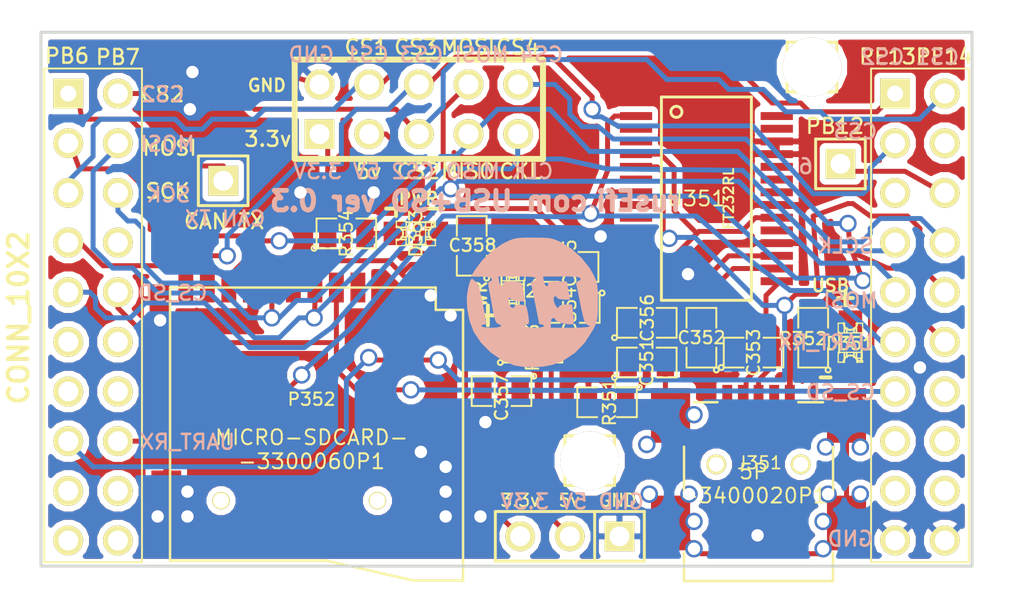
<source format=kicad_pcb>
(kicad_pcb (version 3) (host pcbnew "(2013-07-07 BZR 4022)-stable")
  (title_block (comment 2 Art_Electro) (comment 3 Art_Electro) (comment 4 Art_Electro))
  (layers (15 F.Cu signal) (0 B.Cu signal) (18 B.Paste user) (19 F.Paste user) (20 B.SilkS user) (21 F.SilkS user) (22 B.Mask user) (23 F.Mask user) (28 Edge.Cuts user))
  (net 0 "")
  (net 1 /3.3V)
  (net 2 /5V)
  (net 3 /CAN_TX)
  (net 4 /CS1)
  (net 5 /CS2)
  (net 6 /CS3)
  (net 7 /CS4)
  (net 8 /CS_SD_MODULE)
  (net 9 /D+)
  (net 10 /D-)
  (net 11 /SPI_MISO)
  (net 12 /SPI_MOSI)
  (net 13 /SPI_SCK)
  (net 14 /USART_RX)
  (net 15 /USART_TX)
  (net 16 GND)
  (net 17 N-0000013)
  (net 18 N-0000014)
  (net 19 N-0000015)
  (net 20 N-0000016)
  (net 21 N-0000017)
  (net 22 N-0000018)
  (net 23 N-0000019)
  (net 24 N-0000020)
  (net 25 N-0000021)
  (net 26 N-0000022)
  (net 27 N-0000024)
  (net 28 N-0000026)
  (net 29 N-0000029)
  (net 30 N-0000030)
  (net 31 N-0000031)
  (net 32 N-0000032)
  (net 33 N-0000033)
  (net 34 N-0000034)
  (net 35 N-0000035)
  (net 36 N-0000036)
  (net 37 N-0000037)
  (net 38 N-0000038)
  (net 39 N-0000039)
  (net 40 N-0000040)
  (net 41 N-0000041)
  (net 42 N-0000042)
  (net 43 N-0000043)
  (net 44 N-0000044)
  (net 45 N-0000045)
  (net 46 N-0000046)
  (net 47 N-0000047)
  (net 48 N-0000048)
  (net 49 N-0000049)
  (net 50 N-0000050)
  (net 51 N-0000051)
  (net 52 N-0000052)
  (net 53 N-0000053)
  (net 54 N-0000054)
  (net 55 N-0000055)
  (net 56 N-0000056)
  (net 57 N-0000057)
  (net 58 N-0000058)
  (net 59 N-0000059)
  (module SM0805 (layer F.Cu) (at 207.391 168.656)
    (fp_text reference C351 (at 0 0 90) (layer F.SilkS) (effects (font (size 0.635 0.635) (thickness 0.1016))))
    (fp_text value 4700pF hide)
    (pad 1 smd rect (at -0.9525 0) (size 0.889 1.397) (layers F.Cu F.Paste F.Mask) (net 16 GND))
    (pad 2 smd rect (at 0.9525 0) (size 0.889 1.397) (layers F.Cu F.Paste F.Mask) (net 25 N-0000021))
  )
  (module SM0805 (layer F.Cu) (at 210.185 167.386 90)
    (fp_text reference C352 (at 0 0 180) (layer F.SilkS) (effects (font (size 0.635 0.635) (thickness 0.1016))))
    (fp_text value 47pF hide)
    (pad 1 smd rect (at -0.9525 0 90) (size 0.889 1.397) (layers F.Cu F.Paste F.Mask) (net 16 GND))
    (pad 2 smd rect (at 0.9525 0 90) (size 0.889 1.397) (layers F.Cu F.Paste F.Mask) (net 10 /D-))
  )
  (module SM0805 (layer F.Cu) (at 212.852 168.148)
    (fp_text reference C353 (at 0 0 90) (layer F.SilkS) (effects (font (size 0.635 0.635) (thickness 0.1016))))
    (fp_text value 47pF hide)
    (pad 1 smd rect (at -0.9525 0) (size 0.889 1.397) (layers F.Cu F.Paste F.Mask) (net 16 GND))
    (pad 2 smd rect (at 0.9525 0) (size 0.889 1.397) (layers F.Cu F.Paste F.Mask) (net 9 /D+))
  )
  (module SM0805 (layer F.Cu) (at 203.454 165.862 180)
    (fp_text reference C354 (at 0 -0.1524 270) (layer F.SilkS) (effects (font (size 0.635 0.635) (thickness 0.1016))))
    (fp_text value 4.7uF hide)
    (pad 1 smd rect (at -0.9525 0 180) (size 0.889 1.397) (layers F.Cu F.Paste F.Mask) (net 2 /5V))
    (pad 2 smd rect (at 0.9525 0 180) (size 0.889 1.397) (layers F.Cu F.Paste F.Mask) (net 16 GND))
  )
  (module SM0805 (layer F.Cu) (at 203.3905 163.7665)
    (fp_text reference C355 (at 0.0635 -0.1905 90) (layer F.SilkS) (effects (font (size 0.635 0.635) (thickness 0.1016))))
    (fp_text value .1uF hide)
    (pad 1 smd rect (at -0.9525 0) (size 0.889 1.397) (layers F.Cu F.Paste F.Mask) (net 16 GND))
    (pad 2 smd rect (at 0.9525 0) (size 0.889 1.397) (layers F.Cu F.Paste F.Mask) (net 2 /5V))
  )
  (module SM0805 (layer F.Cu) (at 207.391 166.624)
    (fp_text reference C356 (at 0.0254 -0.254 90) (layer F.SilkS) (effects (font (size 0.635 0.635) (thickness 0.1016))))
    (fp_text value .1uF hide)
    (pad 1 smd rect (at -0.9525 0) (size 0.889 1.397) (layers F.Cu F.Paste F.Mask) (net 16 GND))
    (pad 2 smd rect (at 0.9525 0) (size 0.889 1.397) (layers F.Cu F.Paste F.Mask) (net 45 N-0000045))
  )
  (module SM0805 (layer F.Cu) (at 205.359 170.688 180)
    (fp_text reference R351 (at -0.127 0 270) (layer F.SilkS) (effects (font (size 0.635 0.635) (thickness 0.1016))))
    (fp_text value 1M hide)
    (pad 1 smd rect (at -0.9525 0 180) (size 0.889 1.397) (layers F.Cu F.Paste F.Mask) (net 25 N-0000021))
    (pad 2 smd rect (at 0.9525 0 180) (size 0.889 1.397) (layers F.Cu F.Paste F.Mask) (net 16 GND))
  )
  (module SM0805 (layer F.Cu) (at 215.9 167.386 90)
    (fp_text reference R352 (at -0.0508 -0.508 180) (layer F.SilkS) (effects (font (size 0.635 0.635) (thickness 0.1016))))
    (fp_text value 1k hide)
    (pad 1 smd rect (at -0.9525 0 90) (size 0.889 1.397) (layers F.Cu F.Paste F.Mask) (net 24 N-0000020))
    (pad 2 smd rect (at 0.9525 0 90) (size 0.889 1.397) (layers F.Cu F.Paste F.Mask) (net 26 N-0000022))
  )
  (module SM0805 (layer F.Cu) (at 201.549 167.894)
    (fp_text reference R353 (at 0 0 90) (layer F.SilkS) (effects (font (size 0.635 0.635) (thickness 0.1016))))
    (fp_text value 1k hide)
    (pad 1 smd rect (at -0.9525 0) (size 0.889 1.397) (layers F.Cu F.Paste F.Mask) (net 30 N-0000030))
    (pad 2 smd rect (at 0.9525 0) (size 0.889 1.397) (layers F.Cu F.Paste F.Mask) (net 2 /5V))
  )
  (module ssop-28 (layer F.Cu) (at 210.439 160.274 270)
    (fp_text reference U351 (at 0 0.508 360) (layer F.SilkS) (effects (font (size 0.762 0.762) (thickness 0.1016))))
    (fp_text value FT232RL (at 0 -1.143 270) (layer F.SilkS) (effects (font (size 0.50038 0.50038) (thickness 0.09906))))
    (pad 7 smd rect (at -0.32512 3.59918 270) (size 0.4064 1.651) (layers F.Cu F.Paste F.Mask) (net 16 GND))
    (pad 8 smd rect (at 0.32512 3.59918 270) (size 0.4064 1.651) (layers F.Cu F.Paste F.Mask))
    (pad 9 smd rect (at 0.97536 3.59918 270) (size 0.4064 1.651) (layers F.Cu F.Paste F.Mask) (net 53 N-0000053))
    (pad 10 smd rect (at 1.6256 3.59918 270) (size 0.4064 1.651) (layers F.Cu F.Paste F.Mask) (net 52 N-0000052))
    (pad 25 smd rect (at -2.27584 -3.59918 270) (size 0.4064 1.651) (layers F.Cu F.Paste F.Mask) (net 16 GND))
    (pad 4 smd rect (at -2.27584 3.59918 270) (size 0.4064 1.651) (layers F.Cu F.Paste F.Mask) (net 2 /5V))
    (pad 5 smd rect (at -1.6256 3.59918 270) (size 0.4064 1.651) (layers F.Cu F.Paste F.Mask) (net 15 /USART_TX))
    (pad 6 smd rect (at -0.97536 3.59918 270) (size 0.4064 1.651) (layers F.Cu F.Paste F.Mask) (net 54 N-0000054))
    (pad 18 smd rect (at 2.27584 -3.59918 270) (size 0.4064 1.651) (layers F.Cu F.Paste F.Mask) (net 16 GND))
    (pad 19 smd rect (at 1.6256 -3.59918 270) (size 0.4064 1.651) (layers F.Cu F.Paste F.Mask) (net 42 N-0000042))
    (pad 20 smd rect (at 0.97536 -3.59918 270) (size 0.4064 1.651) (layers F.Cu F.Paste F.Mask) (net 2 /5V))
    (pad 21 smd rect (at 0.32512 -3.59918 270) (size 0.4064 1.651) (layers F.Cu F.Paste F.Mask) (net 16 GND))
    (pad 22 smd rect (at -0.32512 -3.59918 270) (size 0.4064 1.651) (layers F.Cu F.Paste F.Mask) (net 49 N-0000049))
    (pad 23 smd rect (at -0.97536 -3.59918 270) (size 0.4064 1.651) (layers F.Cu F.Paste F.Mask) (net 47 N-0000047))
    (pad 11 smd rect (at 2.27584 3.59918 270) (size 0.4064 1.651) (layers F.Cu F.Paste F.Mask) (net 51 N-0000051))
    (pad 24 smd rect (at -1.6256 -3.59918 270) (size 0.4064 1.651) (layers F.Cu F.Paste F.Mask))
    (pad 26 smd rect (at -2.92608 -3.59918 270) (size 0.4064 1.651) (layers F.Cu F.Paste F.Mask) (net 16 GND))
    (pad 27 smd rect (at -3.57378 -3.59918 270) (size 0.4064 1.651) (layers F.Cu F.Paste F.Mask) (net 44 N-0000044))
    (pad 28 smd rect (at -4.22402 -3.59918 270) (size 0.4064 1.651) (layers F.Cu F.Paste F.Mask) (net 43 N-0000043))
    (pad 1 smd rect (at -4.22402 3.59918 270) (size 0.4064 1.651) (layers F.Cu F.Paste F.Mask) (net 14 /USART_RX))
    (pad 2 smd rect (at -3.57378 3.59918 270) (size 0.4064 1.651) (layers F.Cu F.Paste F.Mask) (net 56 N-0000056))
    (pad 3 smd rect (at -2.92608 3.59918 270) (size 0.4064 1.651) (layers F.Cu F.Paste F.Mask) (net 55 N-0000055))
    (pad 12 smd rect (at 2.92608 3.59918 270) (size 0.4064 1.651) (layers F.Cu F.Paste F.Mask) (net 50 N-0000050))
    (pad 13 smd rect (at 3.57378 3.59918 270) (size 0.4064 1.651) (layers F.Cu F.Paste F.Mask) (net 48 N-0000048))
    (pad 14 smd rect (at 4.22402 3.59918 270) (size 0.4064 1.651) (layers F.Cu F.Paste F.Mask) (net 46 N-0000046))
    (pad 15 smd rect (at 4.22402 -3.59918 270) (size 0.4064 1.651) (layers F.Cu F.Paste F.Mask) (net 9 /D+))
    (pad 16 smd rect (at 3.57378 -3.59918 270) (size 0.4064 1.651) (layers F.Cu F.Paste F.Mask) (net 10 /D-))
    (pad 17 smd rect (at 2.92608 -3.59918 270) (size 0.4064 1.651) (layers F.Cu F.Paste F.Mask) (net 45 N-0000045))
  )
  (module SM0805 (layer F.Cu) (at 192.024 162.052)
    (fp_text reference R354 (at 0 0 90) (layer F.SilkS) (effects (font (size 0.635 0.635) (thickness 0.1016))))
    (fp_text value 1k hide)
    (pad 1 smd rect (at -0.9525 0) (size 0.889 1.397) (layers F.Cu F.Paste F.Mask) (net 1 /3.3V))
    (pad 2 smd rect (at 0.9525 0) (size 0.889 1.397) (layers F.Cu F.Paste F.Mask) (net 29 N-0000029))
  )
  (module PIN_ARRAY_3_A (layer F.Cu) (at 203.454 177.546 180)
    (fp_text reference K351 hide)
    (fp_text value CONN_3 hide)
    (pad 1 thru_hole rect (at -2.54 0 180) (size 1.524 1.524) (drill 1.016) (layers *.Cu *.Mask F.SilkS) (net 16 GND))
    (pad 2 thru_hole circle (at 0 0 180) (size 1.524 1.524) (drill 1.016) (layers *.Cu *.Mask F.SilkS) (net 2 /5V))
    (pad 3 thru_hole circle (at 2.54 0 180) (size 1.524 1.524) (drill 1.016) (layers *.Cu *.Mask F.SilkS) (net 1 /3.3V))
  )
  (module PIN_ARRAY_1 (layer F.Cu) (at 217.297 158.496)
    (fp_text reference P355 hide)
    (fp_text value CONN_1 hide)
    (pad 1 thru_hole rect (at 0 0) (size 1.524 1.524) (drill 1.016) (layers *.Cu *.Mask F.SilkS) (net 32 N-0000032))
  )
  (module PIN_ARRAY_1 (layer F.Cu) (at 185.7248 159.3596)
    (fp_text reference P356 hide)
    (fp_text value CONN_1 hide)
    (pad 1 thru_hole rect (at 0 0) (size 1.524 1.524) (drill 1.016) (layers *.Cu *.Mask F.SilkS) (net 3 /CAN_TX))
  )
  (module LOGO_F (layer B.Cu) (at 201.549 165.608)
    (fp_text reference G305 hide)
    (fp_text value LOGO hide)
  )
  (module SM0805 (layer F.Cu) (at 199.9615 170.1165 180)
    (fp_text reference C357 (at 0 -0.3175 270) (layer F.SilkS) (effects (font (size 0.635 0.635) (thickness 0.10922))))
    (fp_text value .1uF hide)
    (pad 1 smd rect (at -0.9525 0 180) (size 0.889 1.397) (layers F.Cu F.Paste F.Mask) (net 16 GND))
    (pad 2 smd rect (at 0.9525 0 180) (size 0.889 1.397) (layers F.Cu F.Paste F.Mask) (net 1 /3.3V))
  )
  (module SM0805 (layer F.Cu) (at 198.4375 162.687 90)
    (fp_text reference C358 (at 0.0254 0.0381 180) (layer F.SilkS) (effects (font (size 0.635 0.635) (thickness 0.10922))))
    (fp_text value 4.7uF hide)
    (pad 1 smd rect (at -0.9525 0 90) (size 0.889 1.397) (layers F.Cu F.Paste F.Mask) (net 1 /3.3V))
    (pad 2 smd rect (at 0.9525 0 90) (size 0.889 1.397) (layers F.Cu F.Paste F.Mask) (net 16 GND))
  )
  (module PIN_ARRAY_1 (layer F.Cu) (at 204.47 173.6725)
    (fp_text reference M351 hide)
    (fp_text value CONN_1 hide)
    (pad 1 thru_hole circle (at 0 0) (size 3 3) (drill 3) (layers *.Cu *.Mask F.SilkS) (net 27 N-0000024))
  )
  (module PIN_ARRAY_1 (layer F.Cu) (at 215.8365 153.543)
    (fp_text reference M352 hide)
    (fp_text value CONN_1 hide)
    (pad 1 thru_hole circle (at 0 0) (size 3 3) (drill 3) (layers *.Cu *.Mask F.SilkS) (net 31 N-0000031))
  )
  (module LED-0805_A (layer F.Cu) (at 217.805 167.64 270)
    (fp_text reference D351 (at 0.0508 0.0254 360) (layer F.SilkS) (effects (font (size 0.635 0.635) (thickness 0.10922))))
    (fp_text value GREEN hide)
    (pad 1 smd rect (at -1.04902 0 270) (size 1.19888 1.19888) (layers F.Cu F.Paste F.Mask) (net 26 N-0000022))
    (pad 2 smd rect (at 1.04902 0 270) (size 1.19888 1.19888) (layers F.Cu F.Paste F.Mask) (net 16 GND))
  )
  (module LED-0805_A (layer F.Cu) (at 200.533 164.973 90)
    (fp_text reference D352 (at -0.0254 0.0254 180) (layer F.SilkS) (effects (font (size 0.635 0.635) (thickness 0.10922))))
    (fp_text value RED hide)
    (pad 1 smd rect (at -1.04902 0 90) (size 1.19888 1.19888) (layers F.Cu F.Paste F.Mask) (net 30 N-0000030))
    (pad 2 smd rect (at 1.04902 0 90) (size 1.19888 1.19888) (layers F.Cu F.Paste F.Mask) (net 16 GND))
  )
  (module LED-0805_A (layer F.Cu) (at 195.58 162.052)
    (fp_text reference D353 (at 0 0 90) (layer F.SilkS) (effects (font (size 0.635 0.635) (thickness 0.10922))))
    (fp_text value RED hide)
    (pad 1 smd rect (at -1.04902 0) (size 1.19888 1.19888) (layers F.Cu F.Paste F.Mask) (net 29 N-0000029))
    (pad 2 smd rect (at 1.04902 0) (size 1.19888 1.19888) (layers F.Cu F.Paste F.Mask) (net 16 GND))
  )
  (module MINI-USB-5P-3400020P1 (layer F.Cu) (at 213.106 175.26)
    (fp_text reference J351 (at 0.0508 -1.4732) (layer F.SilkS) (effects (font (size 0.635 0.635) (thickness 0.0889))))
    (fp_text value MINI-USB-5P-3400020P1 hide)
    (pad 1 smd rect (at -1.6 -4.191) (size 0.508 2.54) (layers F.Cu F.Paste F.Mask) (net 24 N-0000020))
    (pad 2 smd rect (at -0.8 -4.191) (size 0.508 2.54) (layers F.Cu F.Paste F.Mask) (net 10 /D-))
    (pad 3 smd rect (at 0 -4.191) (size 0.508 2.54) (layers F.Cu F.Paste F.Mask) (net 9 /D+))
    (pad 4 smd rect (at 0.8 -4.191) (size 0.508 2.54) (layers F.Cu F.Paste F.Mask) (net 28 N-0000026))
    (pad 5 smd rect (at 1.6 -4.191) (size 0.508 2.54) (layers F.Cu F.Paste F.Mask) (net 16 GND))
    (pad 6 smd rect (at -4.5 1.603 90) (size 2.794 2) (layers F.Cu F.Paste F.Mask) (net 25 N-0000021))
    (pad 6 smd rect (at 4.5 1.603 90) (size 2.794 2) (layers F.Cu F.Paste F.Mask) (net 25 N-0000021))
    (pad 6 smd rect (at -4.5 -3.897 90) (size 2.794 2) (layers F.Cu F.Paste F.Mask) (net 25 N-0000021))
    (pad 6 smd rect (at 4.5 -3.897 90) (size 2.794 2) (layers F.Cu F.Paste F.Mask) (net 25 N-0000021))
    (pad "" thru_hole circle (at -2.159 -1.397 90) (size 1.016 1.016) (drill 0.762) (layers *.Cu *.Mask F.SilkS))
    (pad "" thru_hole circle (at 2.159 -1.397 90) (size 1.016 1.016) (drill 0.762) (layers *.Cu *.Mask F.SilkS))
  )
  (module MICRO-SDCARD-CONNECTOR-3300060P1 (layer F.Cu) (at 190.5 172.3136 270)
    (fp_text reference P352 (at -1.778 0.254 360) (layer F.SilkS) (effects (font (size 0.635 0.635) (thickness 0.1016))))
    (fp_text value MICRO-SDCARD-CONNECTOR-3300060P1 hide)
    (pad 1 smd rect (at -7.493 -2.114 270) (size 1.524 0.762) (layers F.Cu F.Paste F.Mask) (net 59 N-0000059))
    (pad 2 smd rect (at -7.493 -1.014 270) (size 1.524 0.762) (layers F.Cu F.Paste F.Mask) (net 8 /CS_SD_MODULE))
    (pad 3 smd rect (at -7.493 0.086 270) (size 1.524 0.762) (layers F.Cu F.Paste F.Mask) (net 12 /SPI_MOSI))
    (pad 4 smd rect (at -7.493 1.186 270) (size 1.524 0.762) (layers F.Cu F.Paste F.Mask) (net 1 /3.3V))
    (pad 5 smd rect (at -7.493 2.286 270) (size 1.524 0.762) (layers F.Cu F.Paste F.Mask) (net 13 /SPI_SCK))
    (pad 6 smd rect (at -7.493 3.386 270) (size 1.524 0.762) (layers F.Cu F.Paste F.Mask) (net 16 GND))
    (pad 7 smd rect (at -7.493 4.486 270) (size 1.524 0.762) (layers F.Cu F.Paste F.Mask) (net 11 /SPI_MISO))
    (pad 8 smd rect (at -7.493 5.586 270) (size 1.524 0.762) (layers F.Cu F.Paste F.Mask) (net 58 N-0000058))
    (pad 9 smd rect (at -7.493 6.686 270) (size 1.524 0.762) (layers F.Cu F.Paste F.Mask) (net 57 N-0000057))
    (pad G1 smd rect (at -6.893 8.032 270) (size 1.524 1.016) (layers F.Cu F.Paste F.Mask) (net 16 GND))
    (pad G2 smd rect (at 2.88 7.686 270) (size 2.032 1.524) (layers F.Cu F.Paste F.Mask) (net 16 GND))
    (pad G3 smd rect (at 2.88 -7.714 270) (size 2.032 1.524) (layers F.Cu F.Paste F.Mask) (net 16 GND))
    (pad G4 smd rect (at -7.101 -6.895 270) (size 1.524 1.524) (layers F.Cu F.Paste F.Mask) (net 16 GND))
    (pad "" thru_hole circle (at 3.407 4.886 270) (size 0.889 0.889) (drill 0.762) (layers *.Cu *.Mask F.SilkS))
    (pad "" thru_hole circle (at 3.407 -3.114 270) (size 0.889 0.889) (drill 0.762) (layers *.Cu *.Mask F.SilkS))
  )
  (module PIN_ARRAY_5x2_M (layer F.Cu) (at 195.7324 155.702)
    (fp_text reference P351 hide)
    (fp_text value CONN_5X2 hide)
    (pad 1 thru_hole rect (at -5.08 1.27) (size 1.524 1.524) (drill 1.016) (layers *.Cu *.Mask F.SilkS) (net 1 /3.3V))
    (pad 2 thru_hole circle (at -5.08 -1.27) (size 1.524 1.524) (drill 1.016) (layers *.Cu *.Mask F.SilkS) (net 16 GND))
    (pad 3 thru_hole circle (at -2.54 1.27) (size 1.524 1.524) (drill 1.016) (layers *.Cu *.Mask F.SilkS) (net 2 /5V))
    (pad 4 thru_hole circle (at -2.54 -1.27) (size 1.524 1.524) (drill 1.016) (layers *.Cu *.Mask F.SilkS) (net 4 /CS1))
    (pad 5 thru_hole circle (at 0 1.27) (size 1.524 1.524) (drill 1.016) (layers *.Cu *.Mask F.SilkS) (net 5 /CS2))
    (pad 6 thru_hole circle (at 0 -1.27) (size 1.524 1.524) (drill 1.016) (layers *.Cu *.Mask F.SilkS) (net 6 /CS3))
    (pad 7 thru_hole circle (at 2.54 1.27) (size 1.524 1.524) (drill 1.016) (layers *.Cu *.Mask F.SilkS) (net 11 /SPI_MISO))
    (pad 8 thru_hole circle (at 2.54 -1.27) (size 1.524 1.524) (drill 1.016) (layers *.Cu *.Mask F.SilkS) (net 12 /SPI_MOSI))
    (pad 9 thru_hole circle (at 5.08 1.27) (size 1.524 1.524) (drill 1.016) (layers *.Cu *.Mask F.SilkS) (net 13 /SPI_SCK))
    (pad 10 thru_hole circle (at 5.08 -1.27) (size 1.524 1.524) (drill 1.016) (layers *.Cu *.Mask F.SilkS) (net 7 /CS4))
  )
  (module PIN_ARRAY_10X2_M (layer F.Cu) (at 179.07 166.37 270)
    (fp_text reference P353 hide)
    (fp_text value CONN_10X2 (at 0 3.81 270) (layer F.SilkS) (effects (font (size 1.016 1.016) (thickness 0.2032))))
    (pad 1 thru_hole rect (at -11.47064 1.27 270) (size 1.524 1.524) (drill 0.8128) (layers *.Cu *.Mask F.SilkS) (net 3 /CAN_TX))
    (pad 2 thru_hole circle (at -11.47064 -1.27 270) (size 1.524 1.524) (drill 1.016) (layers *.Cu *.Mask F.SilkS) (net 5 /CS2))
    (pad 3 thru_hole circle (at -8.93064 1.27 270) (size 1.524 1.524) (drill 1.016) (layers *.Cu *.Mask F.SilkS) (net 11 /SPI_MISO))
    (pad 4 thru_hole circle (at -8.93064 -1.27 270) (size 1.524 1.524) (drill 1.016) (layers *.Cu *.Mask F.SilkS) (net 12 /SPI_MOSI))
    (pad 5 thru_hole circle (at -6.39064 1.27 270) (size 1.524 1.524) (drill 1.016) (layers *.Cu *.Mask F.SilkS) (net 4 /CS1))
    (pad 6 thru_hole circle (at -6.39064 -1.27 270) (size 1.524 1.524) (drill 1.016) (layers *.Cu *.Mask F.SilkS) (net 13 /SPI_SCK))
    (pad 7 thru_hole circle (at -3.85064 1.27 270) (size 1.524 1.524) (drill 1.016) (layers *.Cu *.Mask F.SilkS) (net 6 /CS3))
    (pad 8 thru_hole circle (at -3.85064 -1.27 270) (size 1.524 1.524) (drill 1.016) (layers *.Cu *.Mask F.SilkS) (net 41 N-0000041))
    (pad 9 thru_hole circle (at -1.31064 1.27 270) (size 1.524 1.524) (drill 1.016) (layers *.Cu *.Mask F.SilkS) (net 7 /CS4))
    (pad 10 thru_hole circle (at -1.31064 -1.27 270) (size 1.524 1.524) (drill 1.016) (layers *.Cu *.Mask F.SilkS) (net 8 /CS_SD_MODULE))
    (pad 11 thru_hole circle (at 1.22936 1.27 270) (size 1.524 1.524) (drill 1.016) (layers *.Cu *.Mask F.SilkS) (net 36 N-0000036))
    (pad 12 thru_hole circle (at 1.22936 -1.27 270) (size 1.524 1.524) (drill 1.016) (layers *.Cu *.Mask F.SilkS) (net 40 N-0000040))
    (pad 13 thru_hole circle (at 3.76936 1.27 270) (size 1.524 1.524) (drill 1.016) (layers *.Cu *.Mask F.SilkS) (net 35 N-0000035))
    (pad 14 thru_hole circle (at 3.76936 -1.27 270) (size 1.524 1.524) (drill 1.016) (layers *.Cu *.Mask F.SilkS) (net 39 N-0000039))
    (pad 15 thru_hole circle (at 6.30936 1.27 270) (size 1.524 1.524) (drill 1.016) (layers *.Cu *.Mask F.SilkS) (net 15 /USART_TX))
    (pad 16 thru_hole circle (at 6.30936 -1.27 270) (size 1.524 1.524) (drill 1.016) (layers *.Cu *.Mask F.SilkS) (net 14 /USART_RX))
    (pad 17 thru_hole circle (at 8.84936 1.27 270) (size 1.524 1.524) (drill 1.016) (layers *.Cu *.Mask F.SilkS) (net 34 N-0000034))
    (pad 18 thru_hole circle (at 8.84936 -1.27 270) (size 1.524 1.524) (drill 1.016) (layers *.Cu *.Mask F.SilkS) (net 38 N-0000038))
    (pad 19 thru_hole circle (at 11.38936 1.27 270) (size 1.524 1.524) (drill 1.016) (layers *.Cu *.Mask F.SilkS) (net 33 N-0000033))
    (pad 20 thru_hole circle (at 11.38936 -1.27 270) (size 1.524 1.524) (drill 1.016) (layers *.Cu *.Mask F.SilkS) (net 37 N-0000037))
  )
  (module PIN_ARRAY_10X2_M (layer F.Cu) (at 221.361 166.37 270)
    (fp_text reference P354 hide)
    (fp_text value CONN_10X2 hide)
    (pad 1 thru_hole rect (at -11.47064 1.27 270) (size 1.524 1.524) (drill 0.8128) (layers *.Cu *.Mask F.SilkS) (net 4 /CS1))
    (pad 2 thru_hole circle (at -11.47064 -1.27 270) (size 1.524 1.524) (drill 1.016) (layers *.Cu *.Mask F.SilkS) (net 5 /CS2))
    (pad 3 thru_hole circle (at -8.93064 1.27 270) (size 1.524 1.524) (drill 1.016) (layers *.Cu *.Mask F.SilkS) (net 6 /CS3))
    (pad 4 thru_hole circle (at -8.93064 -1.27 270) (size 1.524 1.524) (drill 1.016) (layers *.Cu *.Mask F.SilkS) (net 21 N-0000017))
    (pad 5 thru_hole circle (at -6.39064 1.27 270) (size 1.524 1.524) (drill 1.016) (layers *.Cu *.Mask F.SilkS) (net 17 N-0000013))
    (pad 6 thru_hole circle (at -6.39064 -1.27 270) (size 1.524 1.524) (drill 1.016) (layers *.Cu *.Mask F.SilkS) (net 32 N-0000032))
    (pad 7 thru_hole circle (at -3.85064 1.27 270) (size 1.524 1.524) (drill 1.016) (layers *.Cu *.Mask F.SilkS) (net 13 /SPI_SCK))
    (pad 8 thru_hole circle (at -3.85064 -1.27 270) (size 1.524 1.524) (drill 1.016) (layers *.Cu *.Mask F.SilkS) (net 11 /SPI_MISO))
    (pad 9 thru_hole circle (at -1.31064 1.27 270) (size 1.524 1.524) (drill 1.016) (layers *.Cu *.Mask F.SilkS) (net 12 /SPI_MOSI))
    (pad 10 thru_hole circle (at -1.31064 -1.27 270) (size 1.524 1.524) (drill 1.016) (layers *.Cu *.Mask F.SilkS) (net 15 /USART_TX))
    (pad 11 thru_hole circle (at 1.22936 1.27 270) (size 1.524 1.524) (drill 1.016) (layers *.Cu *.Mask F.SilkS) (net 14 /USART_RX))
    (pad 12 thru_hole circle (at 1.22936 -1.27 270) (size 1.524 1.524) (drill 1.016) (layers *.Cu *.Mask F.SilkS) (net 7 /CS4))
    (pad 13 thru_hole circle (at 3.76936 1.27 270) (size 1.524 1.524) (drill 1.016) (layers *.Cu *.Mask F.SilkS) (net 8 /CS_SD_MODULE))
    (pad 14 thru_hole circle (at 3.76936 -1.27 270) (size 1.524 1.524) (drill 1.016) (layers *.Cu *.Mask F.SilkS) (net 20 N-0000016))
    (pad 15 thru_hole circle (at 6.30936 1.27 270) (size 1.524 1.524) (drill 1.016) (layers *.Cu *.Mask F.SilkS) (net 23 N-0000019))
    (pad 16 thru_hole circle (at 6.30936 -1.27 270) (size 1.524 1.524) (drill 1.016) (layers *.Cu *.Mask F.SilkS) (net 19 N-0000015))
    (pad 17 thru_hole circle (at 8.84936 1.27 270) (size 1.524 1.524) (drill 1.016) (layers *.Cu *.Mask F.SilkS) (net 22 N-0000018))
    (pad 18 thru_hole circle (at 8.84936 -1.27 270) (size 1.524 1.524) (drill 1.016) (layers *.Cu *.Mask F.SilkS) (net 18 N-0000014))
    (pad 19 thru_hole circle (at 11.38936 1.27 270) (size 1.524 1.524) (drill 1.016) (layers *.Cu *.Mask F.SilkS) (net 16 GND))
    (pad 20 thru_hole circle (at 11.38936 -1.27 270) (size 1.524 1.524) (drill 1.016) (layers *.Cu *.Mask F.SilkS) (net 16 GND))
  )
  (gr_text CS2 (at 182.626 154.94) (layer F.SilkS) (effects (font (size 0.762 0.762) (thickness 0.127))))
  (gr_text "CAN TX" (at 185.7756 161.4424) (layer F.SilkS) (effects (font (size 0.762 0.762) (thickness 0.125095))))
  (gr_text SCK (at 182.9308 160.0708) (layer B.SilkS) (effects (font (size 0.762 0.762) (thickness 0.125095)) (justify mirror)))
  (gr_text PWR (at 198.882 165.481 90) (layer F.SilkS) (effects (font (size 0.635 0.635) (thickness 0.125095))))
  (gr_text PWR (at 195.707 160.274) (layer F.SilkS) (effects (font (size 0.635 0.635) (thickness 0.125095))))
  (gr_text USB (at 216.789 164.719) (layer F.SilkS) (effects (font (size 0.635 0.635) (thickness 0.125095))))
  (gr_text CKL (at 200.914 158.877) (layer F.SilkS) (effects (font (size 0.762 0.762) (thickness 0.125095))))
  (gr_text MISO (at 198.247 158.877) (layer F.SilkS) (effects (font (size 0.762 0.762) (thickness 0.125095))))
  (gr_text MOSI (at 198.247 152.527) (layer F.SilkS) (effects (font (size 0.762 0.762) (thickness 0.125095))))
  (gr_text PB12 (at 217.0176 156.5656) (layer F.SilkS) (effects (font (size 0.762 0.762) (thickness 0.125095))))
  (gr_text PE13 (at 219.71 153.0096) (layer F.SilkS) (effects (font (size 0.762 0.762) (thickness 0.125095))))
  (gr_text 6 (at 215.519 158.623) (layer B.SilkS) (effects (font (size 0.762 0.762) (thickness 0.127)) (justify mirror)))
  (gr_text "CAN TX" (at 185.8264 161.29) (layer B.SilkS) (effects (font (size 0.762 0.762) (thickness 0.127)) (justify mirror)))
  (gr_text "CLK MISO CS2 5V 3.3V" (at 195.961 158.877) (layer B.SilkS) (effects (font (size 0.762 0.762) (thickness 0.127)) (justify mirror)))
  (gr_text "CS4 MOSI CS3 CS1 GND" (at 196.088 152.908) (layer B.SilkS) (effects (font (size 0.762 0.762) (thickness 0.127)) (justify mirror)))
  (gr_text "GND 5V 3.3V" (at 203.581 175.768) (layer B.SilkS) (effects (font (size 0.762 0.762) (thickness 0.127)) (justify mirror)))
  (gr_text MOSI (at 182.88 157.48) (layer B.SilkS) (effects (font (size 0.762 0.762) (thickness 0.127)) (justify mirror)))
  (gr_text UART_RX (at 183.896 172.72) (layer B.SilkS) (effects (font (size 0.762 0.762) (thickness 0.127)) (justify mirror)))
  (gr_text CS_SD (at 183.134 165.1) (layer B.SilkS) (effects (font (size 0.762 0.762) (thickness 0.127)) (justify mirror)))
  (gr_text SCK (at 182.88 159.893) (layer F.SilkS) (effects (font (size 0.762 0.762) (thickness 0.127))))
  (gr_text GND (at 217.805 177.673) (layer B.SilkS) (effects (font (size 0.762 0.762) (thickness 0.127)) (justify mirror)))
  (gr_text CS_SD (at 217.297 170.18) (layer B.SilkS) (effects (font (size 0.762 0.762) (thickness 0.127)) (justify mirror)))
  (gr_text UART_RX (at 216.535 167.64) (layer B.SilkS) (effects (font (size 0.762 0.762) (thickness 0.127)) (justify mirror)))
  (gr_text CS2 (at 182.626 154.94) (layer B.SilkS) (effects (font (size 0.762 0.762) (thickness 0.127)) (justify mirror)))
  (gr_text MOSI (at 217.805 165.481) (layer B.SilkS) (effects (font (size 0.762 0.762) (thickness 0.127)) (justify mirror)))
  (gr_text SCLK (at 217.551 162.687) (layer B.SilkS) (effects (font (size 0.762 0.762) (thickness 0.127)) (justify mirror)))
  (gr_text CS3 (at 218.059 156.845) (layer B.SilkS) (effects (font (size 0.762 0.762) (thickness 0.127)) (justify mirror)))
  (gr_text "CS1 CS2" (at 220.853 153.035) (layer B.SilkS) (effects (font (size 0.762 0.762) (thickness 0.127)) (justify mirror)))
  (gr_line (start 194.945 160.782) (end 195.072 160.782) (angle 90) (layer F.SilkS) (width 0.2))
  (gr_line (start 194.564 161.163) (end 194.564 160.274) (angle 90) (layer F.SilkS) (width 0.2))
  (gr_line (start 194.056 160.782) (end 194.945 160.782) (angle 90) (layer F.SilkS) (width 0.2))
  (gr_line (start 196.215 160.782) (end 196.977 160.782) (angle 90) (layer F.SilkS) (width 0.2))
  (gr_line (start 199.263 165.735) (end 199.263 166.751) (angle 90) (layer F.SilkS) (width 0.2))
  (gr_line (start 198.882 166.243) (end 199.644 166.243) (angle 90) (layer F.SilkS) (width 0.2))
  (gr_line (start 200.152 162.814) (end 200.787 162.814) (angle 90) (layer F.SilkS) (width 0.2))
  (gr_line (start 216.789 169.418) (end 216.281 169.418) (angle 90) (layer F.SilkS) (width 0.2))
  (gr_line (start 217.551 165.735) (end 217.551 164.973) (angle 90) (layer F.SilkS) (width 0.2))
  (gr_line (start 217.17 165.354) (end 217.932 165.354) (angle 90) (layer F.SilkS) (width 0.2))
  (gr_text MOSI (at 182.9816 157.6832) (layer F.SilkS) (effects (font (size 0.762 0.762) (thickness 0.125095))))
  (gr_text CS2 (at 195.707 158.877) (layer F.SilkS) (effects (font (size 0.762 0.762) (thickness 0.125095))))
  (gr_text CS4 (at 200.787 152.527) (layer F.SilkS) (effects (font (size 0.762 0.762) (thickness 0.125095))))
  (gr_text CS3 (at 195.58 152.527) (layer F.SilkS) (effects (font (size 0.762 0.762) (thickness 0.125095))))
  (gr_text CS1 (at 193.04 152.527) (layer F.SilkS) (effects (font (size 0.762 0.762) (thickness 0.125095))))
  (gr_text 5v (at 193.167 158.877) (layer F.SilkS) (effects (font (size 0.762 0.762) (thickness 0.125095))))
  (gr_text 3.3v (at 188.0108 157.226) (layer F.SilkS) (effects (font (size 0.762 0.762) (thickness 0.125095))))
  (gr_text PB7 (at 180.34 153.035) (layer F.SilkS) (effects (font (size 0.762 0.762) (thickness 0.125095))))
  (gr_text PB6 (at 177.7365 152.9715) (layer F.SilkS) (effects (font (size 0.762 0.762) (thickness 0.125095))))
  (gr_text GND (at 187.96 154.4828) (layer F.SilkS) (effects (font (size 0.635 0.635) (thickness 0.125095))))
  (gr_text PE14 (at 222.6056 153.0096) (layer F.SilkS) (effects (font (size 0.762 0.762) (thickness 0.125095))))
  (gr_text "3.3v  5v  GND" (at 203.3905 175.7045) (layer F.SilkS) (effects (font (size 0.635 0.635) (thickness 0.1016))))
  (gr_text "rusEfi.com USB+SD ver 0.3" (at 198.628 160.401) (layer B.SilkS) (effects (font (size 1 1) (thickness 0.25)) (justify mirror)))
  (gr_text "5P\n-3400020P1" (at 212.852 174.8536) (layer F.SilkS) (effects (font (size 0.762 0.762) (thickness 0.1016))))
  (gr_text "MICRO-SDCARD-\n-3300060P1" (at 190.246 173.101) (layer F.SilkS) (effects (font (size 0.762 0.762) (thickness 0.1016))))
  (gr_line (start 224.028 179.07) (end 224.028 151.765) (angle 90) (layer Edge.Cuts) (width 0.15))
  (gr_line (start 224.028 151.765) (end 176.403 151.765) (angle 90) (layer Edge.Cuts) (width 0.15))
  (gr_line (start 176.403 179.07) (end 224.028 179.07) (angle 90) (layer Edge.Cuts) (width 0.15))
  (gr_line (start 176.403 151.765) (end 176.403 179.07) (angle 90) (layer Edge.Cuts) (width 0.15))
  (segment (start 198.12 172.466) (end 198.12 173.482) (width 0.254) (layer F.Cu) (net 1))
  (segment (start 198.12 170.3705) (end 198.12 172.466) (width 0.254) (layer F.Cu) (net 1))
  (segment (start 199.644 176.276) (end 200.914 177.546) (width 0.254) (layer F.Cu) (net 1))
  (segment (start 199.644 174.1805) (end 199.644 176.276) (width 0.254) (layer F.Cu) (net 1))
  (segment (start 199.1995 173.736) (end 199.644 174.1805) (width 0.254) (layer F.Cu) (net 1))
  (segment (start 198.374 173.736) (end 199.1995 173.736) (width 0.254) (layer F.Cu) (net 1))
  (segment (start 198.12 173.482) (end 198.374 173.736) (width 0.254) (layer F.Cu) (net 1))
  (segment (start 198.4375 163.6395) (end 195.326 163.6395) (width 0.254) (layer F.Cu) (net 1))
  (segment (start 195.326 163.6395) (end 194.84975 164.11575) (width 0.254) (layer F.Cu) (net 1))
  (segment (start 199.009 170.1165) (end 198.374 170.1165) (width 0.254) (layer F.Cu) (net 1))
  (segment (start 198.374 170.1165) (end 198.12 170.3705) (width 0.254) (layer F.Cu) (net 1))
  (segment (start 191.0715 162.052) (end 191.0715 157.4165) (width 0.254) (layer F.Cu) (net 1))
  (segment (start 191.0715 157.4165) (end 190.627 156.972) (width 0.254) (layer F.Cu) (net 1))
  (segment (start 191.0715 162.052) (end 191.0715 163.449) (width 0.254) (layer F.Cu) (net 1))
  (segment (start 191.0715 163.449) (end 191.135 163.449) (width 0.254) (layer F.Cu) (net 1))
  (segment (start 190.5635 163.449) (end 189.865 163.449) (width 0.254) (layer F.Cu) (net 1))
  (segment (start 190.627 163.449) (end 191.135 163.449) (width 0.254) (layer F.Cu) (net 1))
  (segment (start 190.5635 163.449) (end 190.627 163.449) (width 0.254) (layer F.Cu) (net 1))
  (segment (start 189.865 163.449) (end 189.314 164) (width 0.254) (layer F.Cu) (net 1))
  (segment (start 189.314 164) (end 189.314 164.846) (width 0.254) (layer F.Cu) (net 1))
  (segment (start 195.453 164.719) (end 195.453 165.862) (width 0.254) (layer F.Cu) (net 1))
  (segment (start 195.453 165.862) (end 196.977 167.386) (width 0.254) (layer F.Cu) (net 1))
  (segment (start 196.977 167.386) (end 198.12 168.529) (width 0.254) (layer F.Cu) (net 1))
  (segment (start 198.12 168.529) (end 198.12 170.3705) (width 0.254) (layer F.Cu) (net 1))
  (segment (start 191.135 163.449) (end 194.183 163.449) (width 0.254) (layer F.Cu) (net 1))
  (segment (start 194.183 163.449) (end 194.84975 164.11575) (width 0.254) (layer F.Cu) (net 1))
  (segment (start 194.84975 164.11575) (end 195.453 164.719) (width 0.254) (layer F.Cu) (net 1))
  (segment (start 206.83982 157.99816) (end 208.08696 157.99816) (width 0.254) (layer F.Cu) (net 2))
  (segment (start 208.788 160.8836) (end 209.9564 162.052) (width 0.254) (layer F.Cu) (net 2))
  (segment (start 208.788 158.6992) (end 208.788 160.8836) (width 0.254) (layer F.Cu) (net 2))
  (segment (start 208.08696 157.99816) (end 208.788 158.6992) (width 0.254) (layer F.Cu) (net 2))
  (segment (start 208.534 164.592) (end 208.534 163.4744) (width 0.254) (layer F.Cu) (net 2))
  (segment (start 208.534 164.592) (end 207.899 165.227) (width 0.254) (layer F.Cu) (net 2))
  (segment (start 207.899 165.227) (end 205.0415 165.227) (width 0.254) (layer F.Cu) (net 2))
  (segment (start 204.4065 165.862) (end 205.0415 165.227) (width 0.254) (layer F.Cu) (net 2))
  (segment (start 212.94344 161.24936) (end 214.03818 161.24936) (width 0.254) (layer F.Cu) (net 2))
  (segment (start 212.2424 161.9504) (end 212.94344 161.24936) (width 0.254) (layer F.Cu) (net 2))
  (segment (start 210.058 161.9504) (end 212.2424 161.9504) (width 0.254) (layer F.Cu) (net 2))
  (segment (start 208.534 163.4744) (end 209.9564 162.052) (width 0.254) (layer F.Cu) (net 2))
  (segment (start 209.9564 162.052) (end 210.058 161.9504) (width 0.254) (layer F.Cu) (net 2))
  (segment (start 198.628 160.782) (end 201.7268 160.782) (width 0.254) (layer F.Cu) (net 2))
  (segment (start 194.056 156.972) (end 194.564 157.48) (width 0.254) (layer F.Cu) (net 2))
  (segment (start 194.564 157.48) (end 194.564 157.988) (width 0.254) (layer F.Cu) (net 2))
  (segment (start 194.564 157.988) (end 194.945 158.369) (width 0.254) (layer F.Cu) (net 2))
  (segment (start 194.945 158.369) (end 195.961 158.369) (width 0.254) (layer F.Cu) (net 2))
  (segment (start 195.961 158.369) (end 196.469 158.877) (width 0.254) (layer F.Cu) (net 2))
  (segment (start 196.469 158.877) (end 196.469 160.274) (width 0.254) (layer F.Cu) (net 2))
  (segment (start 196.469 160.274) (end 196.977 160.782) (width 0.254) (layer F.Cu) (net 2))
  (segment (start 196.977 160.782) (end 197.739 160.782) (width 0.254) (layer F.Cu) (net 2))
  (segment (start 198.628 160.782) (end 198.12 160.782) (width 0.254) (layer F.Cu) (net 2))
  (segment (start 198.12 160.782) (end 197.739 160.782) (width 0.254) (layer F.Cu) (net 2))
  (segment (start 193.167 156.972) (end 194.056 156.972) (width 0.254) (layer F.Cu) (net 2))
  (segment (start 204.343 163.3982) (end 204.343 163.7665) (width 0.254) (layer F.Cu) (net 2))
  (segment (start 201.7268 160.782) (end 204.343 163.3982) (width 0.254) (layer F.Cu) (net 2))
  (segment (start 202.5015 167.894) (end 202.5015 171.7675) (width 0.254) (layer F.Cu) (net 2))
  (segment (start 201.549 175.641) (end 203.454 177.546) (width 0.254) (layer F.Cu) (net 2))
  (segment (start 201.549 172.72) (end 201.549 175.641) (width 0.254) (layer F.Cu) (net 2))
  (segment (start 202.5015 171.7675) (end 201.549 172.72) (width 0.254) (layer F.Cu) (net 2))
  (segment (start 204.4065 165.862) (end 204.4065 163.83) (width 0.254) (layer F.Cu) (net 2))
  (segment (start 204.4065 163.83) (end 204.343 163.7665) (width 0.254) (layer F.Cu) (net 2))
  (segment (start 202.5015 167.894) (end 203.454 167.894) (width 0.254) (layer F.Cu) (net 2))
  (segment (start 204.4065 166.9415) (end 204.4065 165.862) (width 0.254) (layer F.Cu) (net 2))
  (segment (start 203.454 167.894) (end 204.4065 166.9415) (width 0.254) (layer F.Cu) (net 2))
  (segment (start 177.8 154.89936) (end 178.26736 154.89936) (width 0.254) (layer F.Cu) (net 3))
  (segment (start 185.7248 158.5976) (end 185.7248 159.3596) (width 0.254) (layer F.Cu) (net 3))
  (segment (start 181.61 158.623) (end 185.7248 158.5976) (width 0.254) (layer F.Cu) (net 3))
  (segment (start 181.61 156.845) (end 181.61 158.623) (width 0.254) (layer F.Cu) (net 3))
  (segment (start 180.975 156.21) (end 181.61 156.845) (width 0.254) (layer F.Cu) (net 3))
  (segment (start 178.4985 156.21) (end 180.975 156.21) (width 0.254) (layer F.Cu) (net 3))
  (segment (start 178.26736 154.89936) (end 178.4985 156.21) (width 0.254) (layer F.Cu) (net 3))
  (segment (start 193.167 154.432) (end 192.659 154.432) (width 0.254) (layer B.Cu) (net 4))
  (segment (start 183.769 156.718) (end 184.658 156.718) (width 0.254) (layer B.Cu) (net 4))
  (segment (start 184.658 156.718) (end 185.166 156.21) (width 0.254) (layer B.Cu) (net 4))
  (segment (start 185.166 156.21) (end 187.325 156.21) (width 0.254) (layer B.Cu) (net 4))
  (segment (start 183.261 156.21) (end 183.769 156.718) (width 0.254) (layer B.Cu) (net 4))
  (segment (start 179.451 156.21) (end 183.261 156.21) (width 0.254) (layer B.Cu) (net 4))
  (segment (start 179.07 158.115) (end 179.07 156.591) (width 0.254) (layer B.Cu) (net 4))
  (segment (start 177.8 159.385) (end 179.07 158.115) (width 0.254) (layer B.Cu) (net 4))
  (segment (start 177.8 159.385) (end 177.8 159.97936) (width 0.254) (layer B.Cu) (net 4))
  (segment (start 179.07 156.591) (end 179.451 156.21) (width 0.254) (layer B.Cu) (net 4))
  (segment (start 187.833 155.702) (end 187.325 156.21) (width 0.254) (layer B.Cu) (net 4))
  (segment (start 191.389 155.702) (end 187.833 155.702) (width 0.254) (layer B.Cu) (net 4))
  (segment (start 192.659 154.432) (end 191.389 155.702) (width 0.254) (layer B.Cu) (net 4))
  (segment (start 210.947 152.527) (end 212.1535 153.7335) (width 0.254) (layer F.Cu) (net 4))
  (segment (start 212.1535 153.7335) (end 213.8045 155.3845) (width 0.254) (layer F.Cu) (net 4))
  (segment (start 213.8045 155.3845) (end 215.265 155.3845) (width 0.254) (layer F.Cu) (net 4))
  (segment (start 215.265 155.3845) (end 215.7095 155.829) (width 0.254) (layer F.Cu) (net 4))
  (segment (start 215.7095 155.829) (end 219.16136 155.829) (width 0.254) (layer F.Cu) (net 4))
  (segment (start 219.16136 155.829) (end 220.091 154.89936) (width 0.254) (layer F.Cu) (net 4))
  (segment (start 193.802 154.432) (end 195.707 152.527) (width 0.254) (layer F.Cu) (net 4))
  (segment (start 195.707 152.527) (end 210.947 152.527) (width 0.254) (layer F.Cu) (net 4))
  (segment (start 193.167 154.432) (end 193.802 154.432) (width 0.254) (layer F.Cu) (net 4))
  (segment (start 193.802 154.559) (end 193.167 154.559) (width 0.254) (layer F.Cu) (net 4))
  (segment (start 180.34 154.89936) (end 186.52236 154.89936) (width 0.254) (layer F.Cu) (net 5))
  (segment (start 194.564 155.702) (end 195.707 156.972) (width 0.254) (layer F.Cu) (net 5))
  (segment (start 187.325 155.702) (end 194.564 155.702) (width 0.254) (layer F.Cu) (net 5))
  (segment (start 186.52236 154.89936) (end 187.325 155.702) (width 0.254) (layer F.Cu) (net 5))
  (segment (start 196.977 154.051) (end 196.977 153.797) (width 0.254) (layer B.Cu) (net 5))
  (segment (start 221.32036 156.21) (end 222.631 154.89936) (width 0.254) (layer B.Cu) (net 5))
  (segment (start 216.662 156.21) (end 221.32036 156.21) (width 0.254) (layer B.Cu) (net 5))
  (segment (start 216.281 155.829) (end 216.662 156.21) (width 0.254) (layer B.Cu) (net 5))
  (segment (start 214.503 155.829) (end 216.281 155.829) (width 0.254) (layer B.Cu) (net 5))
  (segment (start 213.36 154.686) (end 214.503 155.829) (width 0.254) (layer B.Cu) (net 5))
  (segment (start 211.582 154.686) (end 213.36 154.686) (width 0.254) (layer B.Cu) (net 5))
  (segment (start 211.074 154.178) (end 211.582 154.686) (width 0.254) (layer B.Cu) (net 5))
  (segment (start 208.407 154.178) (end 211.074 154.178) (width 0.254) (layer B.Cu) (net 5))
  (segment (start 207.391 153.162) (end 208.407 154.178) (width 0.254) (layer B.Cu) (net 5))
  (segment (start 197.612 153.162) (end 207.391 153.162) (width 0.254) (layer B.Cu) (net 5))
  (segment (start 196.977 153.797) (end 197.612 153.162) (width 0.254) (layer B.Cu) (net 5))
  (segment (start 195.707 156.972) (end 195.707 156.845) (width 0.254) (layer B.Cu) (net 5))
  (segment (start 196.977 155.575) (end 196.977 154.051) (width 0.254) (layer B.Cu) (net 5))
  (segment (start 196.977 154.051) (end 196.977 154.000202) (width 0.254) (layer B.Cu) (net 5))
  (segment (start 195.707 156.845) (end 196.977 155.575) (width 0.254) (layer B.Cu) (net 5))
  (segment (start 191.77 158.496) (end 189.611 158.496) (width 0.254) (layer B.Cu) (net 6))
  (segment (start 178.39436 162.51936) (end 179.578 163.703) (width 0.254) (layer F.Cu) (net 6))
  (segment (start 179.578 163.703) (end 182.372 163.703) (width 0.254) (layer F.Cu) (net 6))
  (segment (start 182.372 163.703) (end 182.88 163.195) (width 0.254) (layer F.Cu) (net 6))
  (segment (start 177.8 162.51936) (end 178.39436 162.51936) (width 0.254) (layer F.Cu) (net 6))
  (segment (start 182.88 163.195) (end 185.928 163.195) (width 0.254) (layer F.Cu) (net 6))
  (via (at 185.928 163.195) (size 0.889) (layers F.Cu B.Cu) (net 6))
  (segment (start 195.453 154.432) (end 194.183 155.702) (width 0.254) (layer B.Cu) (net 6))
  (segment (start 194.183 155.702) (end 192.532 155.702) (width 0.254) (layer B.Cu) (net 6))
  (segment (start 192.532 155.702) (end 191.77 156.464) (width 0.254) (layer B.Cu) (net 6))
  (segment (start 191.77 156.464) (end 191.77 158.496) (width 0.254) (layer B.Cu) (net 6))
  (segment (start 195.453 154.432) (end 195.707 154.432) (width 0.254) (layer B.Cu) (net 6))
  (segment (start 185.928 162.179) (end 185.928 163.195) (width 0.254) (layer B.Cu) (net 6))
  (segment (start 189.611 158.496) (end 185.928 162.179) (width 0.254) (layer B.Cu) (net 6))
  (segment (start 201.422 153.035) (end 202.565 153.035) (width 0.254) (layer F.Cu) (net 6))
  (segment (start 196.215 154.432) (end 197.612 153.035) (width 0.254) (layer F.Cu) (net 6))
  (segment (start 197.612 153.035) (end 201.422 153.035) (width 0.254) (layer F.Cu) (net 6))
  (segment (start 195.707 154.432) (end 196.215 154.432) (width 0.254) (layer F.Cu) (net 6))
  (segment (start 204.597 155.067) (end 204.597 155.702) (width 0.254) (layer F.Cu) (net 6))
  (segment (start 202.565 153.035) (end 204.597 155.067) (width 0.254) (layer F.Cu) (net 6))
  (segment (start 205.905101 156.552899) (end 212.813899 156.552899) (width 0.254) (layer B.Cu) (net 6))
  (segment (start 218.821 158.70936) (end 220.091 157.43936) (width 0.254) (layer B.Cu) (net 6))
  (segment (start 218.821 159.639) (end 218.821 158.70936) (width 0.254) (layer B.Cu) (net 6))
  (segment (start 218.44 160.02) (end 218.821 159.639) (width 0.254) (layer B.Cu) (net 6))
  (segment (start 215.9 160.02) (end 218.44 160.02) (width 0.254) (layer B.Cu) (net 6))
  (segment (start 212.813899 156.552899) (end 215.9 160.02) (width 0.254) (layer B.Cu) (net 6))
  (segment (start 204.597 155.702) (end 204.292202 155.702) (width 0.254) (layer B.Cu) (net 6))
  (via (at 204.597 155.702) (size 0.889) (layers F.Cu B.Cu) (net 6))
  (segment (start 205.054202 156.083) (end 205.905101 156.552899) (width 0.254) (layer B.Cu) (net 6))
  (segment (start 204.673202 156.083) (end 205.054202 156.083) (width 0.254) (layer B.Cu) (net 6))
  (segment (start 204.292202 155.702) (end 204.673202 156.083) (width 0.254) (layer B.Cu) (net 6))
  (segment (start 204.346 155.702) (end 204.597 155.702) (width 0.254) (layer F.Cu) (net 6))
  (segment (start 205.905101 156.552899) (end 205.943202 156.591) (width 0.254) (layer B.Cu) (net 6))
  (segment (start 200.787 154.432) (end 202.692 154.432) (width 0.254) (layer B.Cu) (net 7))
  (segment (start 212.471 157.226) (end 205.67762 157.226) (width 0.254) (layer B.Cu) (net 7))
  (segment (start 212.471 157.226) (end 216.662 161.544) (width 0.254) (layer B.Cu) (net 7))
  (segment (start 216.662 161.544) (end 217.678 161.544) (width 0.254) (layer B.Cu) (net 7))
  (via (at 217.678 161.544) (size 0.889) (layers F.Cu B.Cu) (net 7))
  (segment (start 217.678 161.544) (end 217.805 162.941) (width 0.254) (layer F.Cu) (net 7))
  (segment (start 205.67762 157.226) (end 204.91562 156.591) (width 0.254) (layer B.Cu) (net 7))
  (segment (start 204.089 156.591) (end 204.91562 156.591) (width 0.254) (layer B.Cu) (net 7))
  (segment (start 203.454 155.956) (end 204.089 156.591) (width 0.254) (layer B.Cu) (net 7))
  (segment (start 203.454 155.194) (end 203.454 155.956) (width 0.254) (layer B.Cu) (net 7))
  (segment (start 202.692 154.432) (end 203.454 155.194) (width 0.254) (layer B.Cu) (net 7))
  (segment (start 216.408 164.338) (end 218.313 164.338) (width 0.254) (layer B.Cu) (net 7))
  (segment (start 210.439 160.147) (end 214.999418 164.338) (width 0.254) (layer B.Cu) (net 7))
  (segment (start 214.999418 164.338) (end 216.408 164.338) (width 0.254) (layer B.Cu) (net 7))
  (segment (start 198.577202 160.147) (end 205.994 160.147) (width 0.254) (layer B.Cu) (net 7))
  (segment (start 197.815202 160.655) (end 198.577202 160.147) (width 0.254) (layer B.Cu) (net 7))
  (segment (start 196.723 160.655) (end 197.815202 160.655) (width 0.254) (layer B.Cu) (net 7))
  (segment (start 191.262 166.878) (end 196.723 160.655) (width 0.254) (layer B.Cu) (net 7))
  (segment (start 205.994 160.147) (end 210.439 160.147) (width 0.254) (layer B.Cu) (net 7))
  (segment (start 218.44 164.465) (end 217.932 163.068) (width 0.254) (layer F.Cu) (net 7))
  (via (at 218.44 164.465) (size 0.889) (layers F.Cu B.Cu) (net 7))
  (segment (start 218.313 164.338) (end 218.44 164.465) (width 0.254) (layer B.Cu) (net 7))
  (segment (start 177.8 165.05936) (end 178.90236 165.05936) (width 0.254) (layer B.Cu) (net 7))
  (segment (start 189.865 167.894) (end 191.262 166.878) (width 0.254) (layer B.Cu) (net 7))
  (segment (start 187.071 167.894) (end 189.865 167.894) (width 0.254) (layer B.Cu) (net 7))
  (segment (start 184.785 165.608) (end 187.071 167.894) (width 0.254) (layer B.Cu) (net 7))
  (segment (start 181.737 165.608) (end 184.785 165.608) (width 0.254) (layer B.Cu) (net 7))
  (segment (start 180.975 166.37) (end 181.737 165.608) (width 0.254) (layer B.Cu) (net 7))
  (segment (start 179.705 166.37) (end 180.975 166.37) (width 0.254) (layer B.Cu) (net 7))
  (segment (start 179.197 165.862) (end 179.705 166.37) (width 0.254) (layer B.Cu) (net 7))
  (segment (start 179.197 165.354) (end 179.197 165.862) (width 0.254) (layer B.Cu) (net 7))
  (segment (start 178.90236 165.05936) (end 179.197 165.354) (width 0.254) (layer B.Cu) (net 7))
  (segment (start 217.8685 163.0045) (end 219.71 163.83) (width 0.254) (layer F.Cu) (net 7))
  (segment (start 220.726 163.83) (end 221.361 164.465) (width 0.254) (layer F.Cu) (net 7))
  (segment (start 221.361 164.465) (end 221.361 166.32936) (width 0.254) (layer F.Cu) (net 7))
  (segment (start 221.361 166.32936) (end 222.631 167.59936) (width 0.254) (layer F.Cu) (net 7))
  (segment (start 219.71 163.83) (end 220.726 163.83) (width 0.254) (layer F.Cu) (net 7))
  (segment (start 191.514 167.638) (end 191.514 169.035) (width 0.254) (layer F.Cu) (net 8))
  (via (at 195.326 170.053) (size 0.889) (layers F.Cu B.Cu) (net 8))
  (segment (start 195.326 170.053) (end 220.091 170.1394) (width 0.254) (layer B.Cu) (net 8))
  (segment (start 192.532 170.053) (end 195.326 170.053) (width 0.254) (layer F.Cu) (net 8))
  (segment (start 191.514 169.035) (end 192.532 170.053) (width 0.254) (layer F.Cu) (net 8))
  (segment (start 180.34 165.05936) (end 180.34 165.862) (width 0.254) (layer F.Cu) (net 8))
  (segment (start 182.116 167.638) (end 191.514 167.638) (width 0.254) (layer F.Cu) (net 8))
  (segment (start 191.514 164.846) (end 191.514 167.638) (width 0.254) (layer F.Cu) (net 8))
  (segment (start 180.34 165.862) (end 182.116 167.638) (width 0.254) (layer F.Cu) (net 8))
  (segment (start 214.03818 164.49802) (end 214.03818 164.67582) (width 0.254) (layer F.Cu) (net 9))
  (segment (start 214.0585 166.9415) (end 214.0585 168.148) (width 0.254) (layer F.Cu) (net 9))
  (segment (start 213.487 166.37) (end 214.0585 166.9415) (width 0.254) (layer F.Cu) (net 9))
  (segment (start 213.487 165.227) (end 213.487 166.37) (width 0.254) (layer F.Cu) (net 9))
  (segment (start 214.03818 164.67582) (end 213.487 165.227) (width 0.254) (layer F.Cu) (net 9))
  (segment (start 214.0585 168.148) (end 214.0585 168.604082) (width 0.254) (layer F.Cu) (net 9))
  (segment (start 213.106 169.556582) (end 213.106 171.069) (width 0.254) (layer F.Cu) (net 9))
  (segment (start 214.0585 168.604082) (end 213.106 169.556582) (width 0.254) (layer F.Cu) (net 9))
  (segment (start 210.185 166.4335) (end 212.5345 166.4335) (width 0.254) (layer F.Cu) (net 10))
  (segment (start 212.471 170.904) (end 212.306 171.069) (width 0.254) (layer F.Cu) (net 10))
  (segment (start 212.471 169.545) (end 212.471 170.904) (width 0.254) (layer F.Cu) (net 10))
  (segment (start 212.852 169.164) (end 212.471 169.545) (width 0.254) (layer F.Cu) (net 10))
  (segment (start 212.852 166.751) (end 212.852 169.164) (width 0.254) (layer F.Cu) (net 10))
  (segment (start 212.5345 166.4335) (end 212.852 166.751) (width 0.254) (layer F.Cu) (net 10))
  (segment (start 210.185 166.4335) (end 210.185 165.481) (width 0.254) (layer F.Cu) (net 10))
  (segment (start 211.81822 163.84778) (end 214.03818 163.84778) (width 0.254) (layer F.Cu) (net 10))
  (segment (start 210.185 165.481) (end 211.81822 163.84778) (width 0.254) (layer F.Cu) (net 10))
  (segment (start 201.803 155.702) (end 202.438 155.702) (width 0.254) (layer B.Cu) (net 11))
  (segment (start 198.501 156.972) (end 199.771 155.702) (width 0.254) (layer B.Cu) (net 11))
  (segment (start 199.771 155.702) (end 201.803 155.702) (width 0.254) (layer B.Cu) (net 11))
  (segment (start 198.247 156.972) (end 198.501 156.972) (width 0.254) (layer B.Cu) (net 11))
  (segment (start 221.40164 161.29) (end 222.631 162.51936) (width 0.254) (layer B.Cu) (net 11))
  (segment (start 219.329 161.29) (end 221.40164 161.29) (width 0.254) (layer B.Cu) (net 11))
  (segment (start 218.821 161.798) (end 219.329 161.29) (width 0.254) (layer B.Cu) (net 11))
  (segment (start 218.821 162.052) (end 218.821 161.798) (width 0.254) (layer B.Cu) (net 11))
  (segment (start 218.389202 162.483798) (end 218.821 162.052) (width 0.254) (layer B.Cu) (net 11))
  (segment (start 216.789 162.483798) (end 218.389202 162.483798) (width 0.254) (layer B.Cu) (net 11))
  (segment (start 212.039202 157.861) (end 216.789 162.483798) (width 0.254) (layer B.Cu) (net 11))
  (segment (start 204.47 157.861) (end 212.039202 157.861) (width 0.254) (layer B.Cu) (net 11))
  (segment (start 202.438 155.702) (end 204.47 157.861) (width 0.254) (layer B.Cu) (net 11))
  (segment (start 198.247 156.972) (end 198.247 157.48) (width 0.254) (layer B.Cu) (net 11))
  (segment (start 187.452 162.433) (end 187.198 162.433) (width 0.254) (layer F.Cu) (net 11))
  (segment (start 188.595 162.433) (end 187.452 162.433) (width 0.254) (layer F.Cu) (net 11))
  (via (at 188.595 162.433) (size 0.889) (layers F.Cu B.Cu) (net 11))
  (segment (start 192.532 162.433) (end 188.595 162.433) (width 0.254) (layer B.Cu) (net 11))
  (segment (start 196.85 158.115) (end 192.532 162.433) (width 0.254) (layer B.Cu) (net 11))
  (segment (start 197.612 158.115) (end 196.85 158.115) (width 0.254) (layer B.Cu) (net 11))
  (segment (start 198.247 157.48) (end 197.612 158.115) (width 0.254) (layer B.Cu) (net 11))
  (segment (start 181.991 160.02) (end 181.991 161.848798) (width 0.254) (layer F.Cu) (net 11))
  (segment (start 180.721 158.75) (end 181.991 160.02) (width 0.254) (layer F.Cu) (net 11))
  (segment (start 178.3715 158.75) (end 180.721 158.75) (width 0.254) (layer F.Cu) (net 11))
  (segment (start 177.88636 157.43936) (end 178.3715 158.75) (width 0.254) (layer F.Cu) (net 11))
  (segment (start 186.944 162.179) (end 187.198 162.433) (width 0.254) (layer F.Cu) (net 11))
  (segment (start 185.293 162.179) (end 186.944 162.179) (width 0.254) (layer F.Cu) (net 11))
  (segment (start 184.734202 162.229798) (end 185.293 162.179) (width 0.254) (layer F.Cu) (net 11))
  (segment (start 182.88 162.229798) (end 184.734202 162.229798) (width 0.254) (layer F.Cu) (net 11))
  (segment (start 181.991 161.848798) (end 182.88 162.229798) (width 0.254) (layer F.Cu) (net 11))
  (segment (start 186.014 164.846) (end 186.014 164.252) (width 0.254) (layer F.Cu) (net 11))
  (segment (start 187.198 163.068) (end 187.198 162.433) (width 0.254) (layer F.Cu) (net 11))
  (segment (start 186.014 164.252) (end 187.198 163.068) (width 0.254) (layer F.Cu) (net 11))
  (segment (start 197.358 159.766) (end 197.358 159.258) (width 0.254) (layer F.Cu) (net 12))
  (via (at 197.358 159.766) (size 0.889) (layers F.Cu B.Cu) (net 12))
  (segment (start 196.977 155.702) (end 198.247 154.432) (width 0.254) (layer F.Cu) (net 12))
  (segment (start 196.977 158.877) (end 196.977 155.702) (width 0.254) (layer F.Cu) (net 12))
  (segment (start 197.358 159.258) (end 196.977 158.877) (width 0.254) (layer F.Cu) (net 12))
  (segment (start 190.373 166.37) (end 190.373 166.243) (width 0.254) (layer B.Cu) (net 12))
  (segment (start 196.85 159.766) (end 197.358 159.766) (width 0.254) (layer B.Cu) (net 12))
  (segment (start 190.373 166.243) (end 196.85 159.766) (width 0.254) (layer B.Cu) (net 12))
  (segment (start 220.091 165.05936) (end 220.091 164.592) (width 0.254) (layer B.Cu) (net 12))
  (segment (start 220.091 164.592) (end 219.075 163.576) (width 0.254) (layer B.Cu) (net 12))
  (segment (start 219.075 163.576) (end 216.281 163.576) (width 0.254) (layer B.Cu) (net 12))
  (segment (start 216.281 163.576) (end 212.09 159.385) (width 0.254) (layer B.Cu) (net 12))
  (segment (start 212.09 159.385) (end 197.739 159.385) (width 0.254) (layer B.Cu) (net 12))
  (segment (start 197.739 159.385) (end 197.358 159.766) (width 0.254) (layer B.Cu) (net 12))
  (segment (start 179.07 162.814) (end 179.07 158.877) (width 0.254) (layer B.Cu) (net 12))
  (segment (start 189.611 166.37) (end 188.595 167.386) (width 0.254) (layer B.Cu) (net 12))
  (segment (start 188.595 167.386) (end 187.325 167.386) (width 0.254) (layer B.Cu) (net 12))
  (segment (start 187.325 167.386) (end 185.039 165.1) (width 0.254) (layer B.Cu) (net 12))
  (segment (start 185.039 165.1) (end 182.372 165.1) (width 0.254) (layer B.Cu) (net 12))
  (segment (start 182.372 165.1) (end 181.102 163.83) (width 0.254) (layer B.Cu) (net 12))
  (segment (start 181.102 163.83) (end 180.086 163.83) (width 0.254) (layer B.Cu) (net 12))
  (segment (start 180.086 163.83) (end 179.07 162.814) (width 0.254) (layer B.Cu) (net 12))
  (segment (start 190.373 166.37) (end 189.611 166.37) (width 0.254) (layer B.Cu) (net 12))
  (segment (start 179.07 158.877) (end 180.34 157.607) (width 0.254) (layer B.Cu) (net 12))
  (segment (start 190.373 166.37) (end 190.5 166.37) (width 0.254) (layer B.Cu) (net 12))
  (via (at 190.373 166.37) (size 0.889) (layers F.Cu B.Cu) (net 12))
  (segment (start 190.414 165.7658) (end 190.373 166.37) (width 0.254) (layer F.Cu) (net 12))
  (segment (start 190.414 165.608) (end 190.414 165.7658) (width 0.254) (layer F.Cu) (net 12))
  (segment (start 190.414 165.481) (end 190.414 165.608) (width 0.254) (layer F.Cu) (net 12))
  (segment (start 190.414 164.846) (end 190.414 165.481) (width 0.254) (layer F.Cu) (net 12))
  (segment (start 205.359 158.75) (end 203.073 158.242) (width 0.254) (layer B.Cu) (net 13))
  (segment (start 220.091 162.51936) (end 219.66936 162.941) (width 0.254) (layer B.Cu) (net 13))
  (segment (start 216.408 162.941) (end 219.66936 162.941) (width 0.254) (layer B.Cu) (net 13))
  (segment (start 212.293202 158.826202) (end 216.408 162.941) (width 0.254) (layer B.Cu) (net 13))
  (segment (start 205.359 158.75) (end 212.293202 158.826202) (width 0.254) (layer B.Cu) (net 13))
  (segment (start 200.787 158.267404) (end 200.787 158.369) (width 0.254) (layer B.Cu) (net 13))
  (segment (start 203.073 158.242) (end 200.787 158.267404) (width 0.254) (layer B.Cu) (net 13))
  (segment (start 188.214 166.37) (end 188.595 166.37) (width 0.254) (layer B.Cu) (net 13))
  (segment (start 200.787 158.369) (end 200.787 156.972) (width 0.254) (layer B.Cu) (net 13))
  (segment (start 200.406 158.75) (end 200.787 158.369) (width 0.254) (layer B.Cu) (net 13))
  (segment (start 197.104 158.75) (end 200.406 158.75) (width 0.254) (layer B.Cu) (net 13))
  (segment (start 190.373 165.481) (end 197.104 158.75) (width 0.254) (layer B.Cu) (net 13))
  (segment (start 189.484 165.481) (end 190.373 165.481) (width 0.254) (layer B.Cu) (net 13))
  (segment (start 188.595 166.37) (end 189.484 165.481) (width 0.254) (layer B.Cu) (net 13))
  (segment (start 200.787 156.972) (end 200.775418 156.972) (width 0.254) (layer B.Cu) (net 13))
  (segment (start 180.34 159.97936) (end 180.34 160.909) (width 0.254) (layer B.Cu) (net 13))
  (segment (start 187.071 166.37) (end 188.214 166.37) (width 0.254) (layer B.Cu) (net 13))
  (segment (start 185.293 164.592) (end 187.071 166.37) (width 0.254) (layer B.Cu) (net 13))
  (segment (start 182.575202 164.592) (end 185.293 164.592) (width 0.254) (layer B.Cu) (net 13))
  (segment (start 181.61 163.626798) (end 182.575202 164.592) (width 0.254) (layer B.Cu) (net 13))
  (segment (start 181.61 161.798) (end 181.61 163.626798) (width 0.254) (layer B.Cu) (net 13))
  (segment (start 181.229 161.417) (end 181.61 161.798) (width 0.254) (layer B.Cu) (net 13))
  (segment (start 180.848 161.417) (end 181.229 161.417) (width 0.254) (layer B.Cu) (net 13))
  (segment (start 180.34 160.909) (end 180.848 161.417) (width 0.254) (layer B.Cu) (net 13))
  (segment (start 188.214 164.846) (end 188.214 165.481) (width 0.254) (layer F.Cu) (net 13))
  (segment (start 188.214 165.481) (end 188.214 165.608) (width 0.254) (layer F.Cu) (net 13))
  (segment (start 188.214 165.608) (end 188.214 165.7658) (width 0.254) (layer F.Cu) (net 13))
  (segment (start 188.214 165.7658) (end 188.214 166.37) (width 0.254) (layer F.Cu) (net 13))
  (via (at 188.214 166.37) (size 0.889) (layers F.Cu B.Cu) (net 13))
  (segment (start 206.83982 156.04998) (end 205.74762 156.04998) (width 0.254) (layer F.Cu) (net 14))
  (via (at 204.5208 161.036) (size 0.889) (layers F.Cu B.Cu) (net 14))
  (segment (start 205.3844 158.8516) (end 204.5208 161.036) (width 0.254) (layer F.Cu) (net 14))
  (segment (start 205.3844 156.4132) (end 205.3844 158.8516) (width 0.254) (layer F.Cu) (net 14))
  (segment (start 205.74762 156.04998) (end 205.3844 156.4132) (width 0.254) (layer F.Cu) (net 14))
  (segment (start 180.34 172.67936) (end 186.26836 172.67936) (width 0.254) (layer F.Cu) (net 14))
  (via (at 189.738 169.291) (size 0.889) (layers F.Cu B.Cu) (net 14))
  (segment (start 186.26836 172.67936) (end 189.738 169.33672) (width 0.254) (layer F.Cu) (net 14))
  (segment (start 196.977 161.163) (end 199.517 161.163) (width 0.254) (layer B.Cu) (net 14))
  (segment (start 192.278 166.878) (end 196.977 161.163) (width 0.254) (layer B.Cu) (net 14))
  (segment (start 189.738 169.164) (end 192.278 166.878) (width 0.254) (layer B.Cu) (net 14))
  (segment (start 220.091 167.59936) (end 219.41536 167.59936) (width 0.254) (layer B.Cu) (net 14))
  (segment (start 214.733836 164.973) (end 211.836 162.814) (width 0.254) (layer B.Cu) (net 14))
  (segment (start 216.535 164.973) (end 214.733836 164.973) (width 0.254) (layer B.Cu) (net 14))
  (segment (start 219.41536 167.59936) (end 216.535 164.973) (width 0.254) (layer B.Cu) (net 14))
  (segment (start 199.517 161.163) (end 204.216 161.2138) (width 0.254) (layer B.Cu) (net 14))
  (segment (start 203.835 161.163) (end 209.931 161.163) (width 0.254) (layer B.Cu) (net 14))
  (segment (start 204.216 161.2138) (end 204.216 161.163002) (width 0.254) (layer B.Cu) (net 14))
  (segment (start 204.216 161.163002) (end 203.835 161.163) (width 0.254) (layer B.Cu) (net 14))
  (segment (start 209.931 161.163) (end 211.836 162.814) (width 0.254) (layer B.Cu) (net 14))
  (segment (start 206.83982 158.6484) (end 207.9244 158.6484) (width 0.254) (layer F.Cu) (net 15))
  (segment (start 213.3346 165.735) (end 214.4395 165.735) (width 0.254) (layer B.Cu) (net 15))
  (segment (start 209.8548 162.2552) (end 213.3346 165.735) (width 0.254) (layer B.Cu) (net 15))
  (segment (start 208.5848 162.2552) (end 209.8548 162.2552) (width 0.254) (layer B.Cu) (net 15))
  (segment (start 208.534 162.306) (end 208.5848 162.2552) (width 0.254) (layer B.Cu) (net 15))
  (via (at 208.534 162.306) (size 0.889) (layers F.Cu B.Cu) (net 15))
  (segment (start 208.2292 162.0012) (end 208.534 162.306) (width 0.254) (layer F.Cu) (net 15))
  (segment (start 208.2292 158.9532) (end 208.2292 162.0012) (width 0.254) (layer F.Cu) (net 15))
  (segment (start 207.9244 158.6484) (end 208.2292 158.9532) (width 0.254) (layer F.Cu) (net 15))
  (segment (start 215.9 161.163) (end 216.154 165.0365) (width 0.254) (layer F.Cu) (net 15))
  (segment (start 216.154 165.0365) (end 216.027 165.1635) (width 0.254) (layer F.Cu) (net 15))
  (segment (start 216.027 165.1635) (end 215.011 165.1635) (width 0.254) (layer F.Cu) (net 15))
  (segment (start 215.011 165.1635) (end 214.4395 165.735) (width 0.254) (layer F.Cu) (net 15))
  (via (at 214.4395 165.735) (size 0.889) (layers F.Cu B.Cu) (net 15))
  (segment (start 214.4395 165.735) (end 214.4395 169.545) (width 0.254) (layer B.Cu) (net 15))
  (segment (start 196.723 168.529) (end 193.294 168.529) (width 0.254) (layer F.Cu) (net 15))
  (segment (start 179.07 173.99) (end 188.595 173.99) (width 0.254) (layer B.Cu) (net 15))
  (segment (start 177.8 172.72) (end 179.07 173.99) (width 0.254) (layer B.Cu) (net 15))
  (segment (start 190.246 173.99) (end 188.595 173.99) (width 0.254) (layer B.Cu) (net 15))
  (segment (start 192.024 172.212) (end 190.246 173.99) (width 0.254) (layer B.Cu) (net 15))
  (segment (start 192.024 169.545) (end 192.024 172.212) (width 0.254) (layer B.Cu) (net 15))
  (segment (start 193.167 168.402) (end 192.024 169.545) (width 0.254) (layer B.Cu) (net 15))
  (via (at 193.167 168.402) (size 0.889) (layers F.Cu B.Cu) (net 15))
  (segment (start 198.628 169.545) (end 197.739 169.545) (width 0.254) (layer B.Cu) (net 15))
  (segment (start 197.739 169.545) (end 196.723 168.529) (width 0.254) (layer B.Cu) (net 15))
  (via (at 196.723 168.529) (size 0.889) (layers F.Cu B.Cu) (net 15))
  (segment (start 214.4395 169.545) (end 198.628 169.545) (width 0.254) (layer B.Cu) (net 15))
  (segment (start 217.932 160.528) (end 218.821 161.163) (width 0.254) (layer F.Cu) (net 15))
  (segment (start 218.821 161.163) (end 220.726 161.163) (width 0.254) (layer F.Cu) (net 15))
  (segment (start 217.678 160.528) (end 215.9 161.163) (width 0.254) (layer F.Cu) (net 15))
  (segment (start 221.361 161.798) (end 220.726 161.163) (width 0.254) (layer F.Cu) (net 15))
  (segment (start 221.361 163.703) (end 221.361 161.798) (width 0.254) (layer F.Cu) (net 15))
  (segment (start 222.631 164.973) (end 221.361 163.703) (width 0.254) (layer F.Cu) (net 15))
  (segment (start 217.678 160.528) (end 217.932 160.528) (width 0.254) (layer F.Cu) (net 15))
  (segment (start 214.03818 162.54984) (end 211.08416 162.54984) (width 0.254) (layer F.Cu) (net 16))
  (via (at 209.4992 164.1348) (size 0.889) (layers F.Cu B.Cu) (net 16))
  (segment (start 211.08416 162.54984) (end 209.4992 164.1348) (width 0.254) (layer F.Cu) (net 16))
  (segment (start 206.83982 159.94888) (end 205.76032 159.94888) (width 0.254) (layer F.Cu) (net 16))
  (via (at 205.0288 162.2044) (size 0.889) (layers F.Cu B.Cu) (net 16))
  (segment (start 205.486 161.7472) (end 205.0288 162.2044) (width 0.254) (layer F.Cu) (net 16))
  (segment (start 205.486 160.2232) (end 205.486 161.7472) (width 0.254) (layer F.Cu) (net 16))
  (segment (start 205.76032 159.94888) (end 205.486 160.2232) (width 0.254) (layer F.Cu) (net 16))
  (segment (start 182.814 175.219) (end 182.814 175.448) (width 0.254) (layer F.Cu) (net 16))
  (via (at 183.896 176.53) (size 0.889) (layers F.Cu B.Cu) (net 16))
  (segment (start 182.814 175.448) (end 183.896 176.53) (width 0.254) (layer F.Cu) (net 16))
  (segment (start 198.214 175.219) (end 198.214 175.42) (width 0.254) (layer F.Cu) (net 16))
  (via (at 197.104 176.53) (size 0.889) (layers F.Cu B.Cu) (net 16))
  (segment (start 198.214 175.42) (end 197.104 176.53) (width 0.254) (layer F.Cu) (net 16))
  (segment (start 198.214 175.219) (end 198.214 175.1) (width 0.254) (layer F.Cu) (net 16))
  (via (at 197.104 173.99) (size 0.889) (layers F.Cu B.Cu) (net 16))
  (segment (start 198.214 175.1) (end 197.104 173.99) (width 0.254) (layer F.Cu) (net 16))
  (segment (start 182.468 165.446) (end 182.468 166.466) (width 0.254) (layer F.Cu) (net 16))
  (via (at 182.499 166.497) (size 0.889) (layers F.Cu B.Cu) (net 16))
  (segment (start 182.468 166.466) (end 182.499 166.497) (width 0.254) (layer F.Cu) (net 16))
  (segment (start 197.395 165.238) (end 196.353 165.238) (width 0.254) (layer F.Cu) (net 16))
  (via (at 196.342 165.227) (size 0.889) (layers F.Cu B.Cu) (net 16))
  (segment (start 196.353 165.238) (end 196.342 165.227) (width 0.254) (layer F.Cu) (net 16))
  (segment (start 197.395 165.238) (end 197.395 166.206) (width 0.254) (layer F.Cu) (net 16))
  (via (at 197.358 166.243) (size 0.889) (layers F.Cu B.Cu) (net 16))
  (segment (start 197.395 166.206) (end 197.358 166.243) (width 0.254) (layer F.Cu) (net 16))
  (segment (start 182.814 175.219) (end 182.814 176.088) (width 0.254) (layer F.Cu) (net 16))
  (via (at 182.372 176.53) (size 0.889) (layers F.Cu B.Cu) (net 16))
  (segment (start 182.814 176.088) (end 182.372 176.53) (width 0.254) (layer F.Cu) (net 16))
  (segment (start 182.814 175.219) (end 183.855 175.219) (width 0.254) (layer F.Cu) (net 16))
  (via (at 183.896 175.26) (size 0.889) (layers F.Cu B.Cu) (net 16))
  (segment (start 183.855 175.219) (end 183.896 175.26) (width 0.254) (layer F.Cu) (net 16))
  (segment (start 198.214 175.219) (end 197.145 175.219) (width 0.254) (layer F.Cu) (net 16))
  (via (at 197.104 175.26) (size 0.889) (layers F.Cu B.Cu) (net 16))
  (segment (start 197.145 175.219) (end 197.104 175.26) (width 0.254) (layer F.Cu) (net 16))
  (segment (start 198.214 175.219) (end 198.214 175.862) (width 0.254) (layer F.Cu) (net 16))
  (via (at 198.882 176.53) (size 0.889) (layers F.Cu B.Cu) (net 16))
  (segment (start 198.214 175.862) (end 198.882 176.53) (width 0.254) (layer F.Cu) (net 16))
  (segment (start 187.114 164.846) (end 187.114 164.041) (width 0.254) (layer F.Cu) (net 16))
  (segment (start 187.114 164.041) (end 187.579 163.576) (width 0.254) (layer F.Cu) (net 16))
  (segment (start 217.805 168.68902) (end 218.47302 168.68902) (width 0.254) (layer F.Cu) (net 16))
  (via (at 213.0552 177.4952) (size 0.889) (layers F.Cu B.Cu) (net 16))
  (segment (start 213.106 173.355) (end 213.0552 177.4952) (width 0.254) (layer B.Cu) (net 16))
  (segment (start 215.011 171.45) (end 213.106 173.355) (width 0.254) (layer B.Cu) (net 16))
  (segment (start 220.853 171.45) (end 215.011 171.45) (width 0.254) (layer B.Cu) (net 16))
  (segment (start 221.361 170.942) (end 220.853 171.45) (width 0.254) (layer B.Cu) (net 16))
  (segment (start 221.361 168.91) (end 221.361 170.942) (width 0.254) (layer B.Cu) (net 16))
  (via (at 221.361 168.91) (size 0.889) (layers F.Cu B.Cu) (net 16))
  (segment (start 218.694 168.91) (end 221.361 168.91) (width 0.254) (layer F.Cu) (net 16))
  (segment (start 218.47302 168.68902) (end 218.694 168.91) (width 0.254) (layer F.Cu) (net 16))
  (via (at 189.6745 159.9565) (size 0.889) (layers F.Cu B.Cu) (net 16))
  (segment (start 189.738 159.9692) (end 189.738 159.9692) (width 0.254) (layer F.Cu) (net 16))
  (segment (start 198.4375 161.7345) (end 196.94652 161.7345) (width 0.254) (layer F.Cu) (net 16))
  (segment (start 196.94652 161.7345) (end 196.62902 162.052) (width 0.254) (layer F.Cu) (net 16))
  (segment (start 199.136 171.704) (end 200.787 171.704) (width 0.254) (layer F.Cu) (net 16))
  (segment (start 195.834 173.101) (end 195.834 173.228) (width 0.254) (layer F.Cu) (net 16))
  (via (at 195.834 173.228) (size 0.889) (layers F.Cu B.Cu) (net 16))
  (segment (start 197.612 173.228) (end 195.834 173.228) (width 0.254) (layer B.Cu) (net 16))
  (segment (start 199.136 171.704) (end 197.612 173.228) (width 0.254) (layer B.Cu) (net 16))
  (via (at 199.136 171.704) (size 0.889) (layers F.Cu B.Cu) (net 16))
  (segment (start 200.914 171.577) (end 200.914 170.1165) (width 0.254) (layer F.Cu) (net 16))
  (segment (start 200.787 171.704) (end 200.914 171.577) (width 0.254) (layer F.Cu) (net 16))
  (segment (start 184.531 156.21) (end 184.023 155.702) (width 0.254) (layer F.Cu) (net 16))
  (segment (start 189.738 159.9692) (end 187.0456 157.8864) (width 0.254) (layer F.Cu) (net 16))
  (segment (start 190.627 154.432) (end 188.087 153.67) (width 0.254) (layer F.Cu) (net 16))
  (segment (start 184.277 153.67) (end 188.087 153.67) (width 0.254) (layer F.Cu) (net 16))
  (segment (start 184.15 153.797) (end 184.277 153.67) (width 0.254) (layer F.Cu) (net 16))
  (via (at 184.15 153.797) (size 0.889) (layers F.Cu B.Cu) (net 16))
  (segment (start 184.15 155.575) (end 184.15 153.797) (width 0.254) (layer B.Cu) (net 16))
  (segment (start 184.023 155.702) (end 184.15 155.575) (width 0.254) (layer B.Cu) (net 16))
  (via (at 184.023 155.702) (size 0.889) (layers F.Cu B.Cu) (net 16))
  (segment (start 187.0456 157.8864) (end 184.531 156.21) (width 0.254) (layer F.Cu) (net 16))
  (segment (start 195.10502 160.528) (end 196.62902 162.052) (width 0.254) (layer F.Cu) (net 16))
  (segment (start 189.6745 159.9565) (end 193.421 159.9565) (width 0.254) (layer B.Cu) (net 16))
  (via (at 193.421 159.9565) (size 0.889) (layers F.Cu B.Cu) (net 16))
  (segment (start 193.421 159.9565) (end 193.9925 160.528) (width 0.254) (layer F.Cu) (net 16))
  (segment (start 193.9925 160.528) (end 195.10502 160.528) (width 0.254) (layer F.Cu) (net 16))
  (segment (start 215.9 168.3385) (end 215.9 172.339) (width 0.254) (layer F.Cu) (net 24))
  (segment (start 211.506 172.771) (end 211.506 171.069) (width 0.254) (layer F.Cu) (net 24))
  (segment (start 211.582 172.847) (end 211.506 172.771) (width 0.254) (layer F.Cu) (net 24))
  (segment (start 215.392 172.847) (end 211.582 172.847) (width 0.254) (layer F.Cu) (net 24))
  (segment (start 215.9 172.339) (end 215.392 172.847) (width 0.254) (layer F.Cu) (net 24))
  (segment (start 217.606 171.363) (end 217.606 176.863) (width 0.254) (layer F.Cu) (net 25))
  (segment (start 217.606 176.863) (end 216.916 177.553) (width 0.254) (layer F.Cu) (net 25))
  (segment (start 210.178 178.435) (end 208.606 176.863) (width 0.254) (layer F.Cu) (net 25))
  (segment (start 216.154 178.435) (end 210.178 178.435) (width 0.254) (layer F.Cu) (net 25))
  (segment (start 216.916 177.673) (end 216.154 178.435) (width 0.254) (layer F.Cu) (net 25))
  (segment (start 216.916 177.553) (end 216.916 177.673) (width 0.254) (layer F.Cu) (net 25))
  (segment (start 208.606 176.863) (end 208.606 171.363) (width 0.254) (layer F.Cu) (net 25))
  (segment (start 217.606 176.863) (end 217.606 176.983) (width 0.254) (layer F.Cu) (net 25))
  (segment (start 217.606 176.983) (end 216.408 178.181) (width 0.254) (layer F.Cu) (net 25))
  (via (at 216.408 178.181) (size 0.889) (layers F.Cu B.Cu) (net 25))
  (segment (start 217.606 176.863) (end 216.487 176.863) (width 0.254) (layer F.Cu) (net 25))
  (segment (start 216.487 176.863) (end 216.408 176.784) (width 0.254) (layer F.Cu) (net 25))
  (via (at 216.408 176.784) (size 0.889) (layers F.Cu B.Cu) (net 25))
  (segment (start 208.606 176.863) (end 208.606 176.475) (width 0.254) (layer F.Cu) (net 25))
  (via (at 207.518 175.387) (size 0.889) (layers F.Cu B.Cu) (net 25))
  (segment (start 208.606 176.475) (end 207.518 175.387) (width 0.254) (layer F.Cu) (net 25))
  (segment (start 208.606 176.863) (end 208.606 176.331) (width 0.254) (layer F.Cu) (net 25))
  (via (at 209.55 175.387) (size 0.889) (layers F.Cu B.Cu) (net 25))
  (segment (start 208.606 176.331) (end 209.55 175.387) (width 0.254) (layer F.Cu) (net 25))
  (segment (start 208.606 176.863) (end 209.725 176.863) (width 0.254) (layer F.Cu) (net 25))
  (via (at 209.804 176.784) (size 0.889) (layers F.Cu B.Cu) (net 25))
  (segment (start 209.725 176.863) (end 209.804 176.784) (width 0.254) (layer F.Cu) (net 25))
  (segment (start 208.606 176.863) (end 208.606 176.983) (width 0.254) (layer F.Cu) (net 25))
  (via (at 209.804 178.181) (size 0.889) (layers F.Cu B.Cu) (net 25))
  (segment (start 208.606 176.983) (end 209.804 178.181) (width 0.254) (layer F.Cu) (net 25))
  (segment (start 208.606 171.363) (end 209.764 171.363) (width 0.254) (layer F.Cu) (net 25))
  (via (at 209.804 171.323) (size 0.889) (layers F.Cu B.Cu) (net 25))
  (segment (start 209.764 171.363) (end 209.804 171.323) (width 0.254) (layer F.Cu) (net 25))
  (segment (start 217.606 171.363) (end 217.606 171.903) (width 0.254) (layer F.Cu) (net 25))
  (via (at 216.535 172.974) (size 0.889) (layers F.Cu B.Cu) (net 25))
  (segment (start 217.606 171.903) (end 216.535 172.974) (width 0.254) (layer F.Cu) (net 25))
  (segment (start 217.606 176.863) (end 217.606 176.094) (width 0.254) (layer F.Cu) (net 25))
  (segment (start 217.606 176.094) (end 218.313 175.387) (width 0.254) (layer F.Cu) (net 25))
  (via (at 218.313 175.387) (size 0.889) (layers F.Cu B.Cu) (net 25))
  (segment (start 217.606 176.863) (end 217.606 176.331) (width 0.254) (layer F.Cu) (net 25))
  (segment (start 217.606 176.331) (end 216.662 175.387) (width 0.254) (layer F.Cu) (net 25))
  (via (at 216.662 175.387) (size 0.889) (layers F.Cu B.Cu) (net 25))
  (segment (start 217.606 171.363) (end 217.606 172.267) (width 0.254) (layer F.Cu) (net 25))
  (via (at 218.313 172.974) (size 0.889) (layers F.Cu B.Cu) (net 25))
  (segment (start 217.606 172.267) (end 218.313 172.974) (width 0.254) (layer F.Cu) (net 25))
  (segment (start 208.606 171.363) (end 208.606 171.632) (width 0.254) (layer F.Cu) (net 25))
  (via (at 207.391 172.847) (size 0.889) (layers F.Cu B.Cu) (net 25))
  (segment (start 208.606 171.632) (end 207.391 172.847) (width 0.254) (layer F.Cu) (net 25))
  (segment (start 206.3115 170.688) (end 207.931 170.688) (width 0.254) (layer F.Cu) (net 25))
  (segment (start 207.931 170.688) (end 208.606 171.363) (width 0.254) (layer F.Cu) (net 25))
  (segment (start 208.3435 168.529) (end 208.3435 171.1005) (width 0.254) (layer F.Cu) (net 25))
  (segment (start 208.3435 171.1005) (end 208.606 171.363) (width 0.254) (layer F.Cu) (net 25))
  (segment (start 217.64752 166.4335) (end 217.805 166.59098) (width 0.254) (layer F.Cu) (net 26))
  (segment (start 215.9 166.4335) (end 217.64752 166.4335) (width 0.254) (layer F.Cu) (net 26))
  (segment (start 194.53098 162.052) (end 192.9765 162.052) (width 0.254) (layer F.Cu) (net 29))
  (segment (start 200.5965 167.894) (end 200.5965 166.08552) (width 0.254) (layer F.Cu) (net 30))
  (segment (start 200.5965 166.08552) (end 200.533 166.02202) (width 0.254) (layer F.Cu) (net 30))
  (segment (start 217.297 158.496) (end 217.678 158.877) (width 0.254) (layer F.Cu) (net 32))
  (segment (start 217.678 158.877) (end 220.599 158.877) (width 0.254) (layer F.Cu) (net 32))
  (segment (start 220.599 158.877) (end 222.631 160.02) (width 0.254) (layer F.Cu) (net 32))
  (segment (start 209.423 165.354) (end 209.296 165.354) (width 0.254) (layer F.Cu) (net 45))
  (segment (start 211.57692 163.20008) (end 209.423 165.354) (width 0.254) (layer F.Cu) (net 45))
  (segment (start 214.03818 163.20008) (end 211.57692 163.20008) (width 0.254) (layer F.Cu) (net 45))
  (segment (start 208.3435 166.3065) (end 208.3435 166.624) (width 0.254) (layer F.Cu) (net 45))
  (segment (start 209.296 165.354) (end 208.3435 166.3065) (width 0.254) (layer F.Cu) (net 45))
  (zone (net 16) (net_name GND) (layer B.Cu) (connect_pads (clearance 0.3)) (min_thickness 0.25) (fill (arc_segments 16) (thermal_gap 0.3) (thermal_bridge_width 0.3))
    (polygon (pts (xy 174.371 150.368) (xy 174.752 181.61) (xy 226.695 181.356) (xy 226.441 150.114)))
  )
  (zone (net 16) (net_name GND) (layer F.Cu) (connect_pads (clearance 0.3)) (min_thickness 0.25) (fill (arc_segments 16) (thermal_gap 0.3) (thermal_bridge_width 0.3))
    (polygon (pts (xy 175.514 151.13) (xy 175.768 180.848) (xy 225.806 180.34) (xy 225.298 151.257)))
  )
)
</source>
